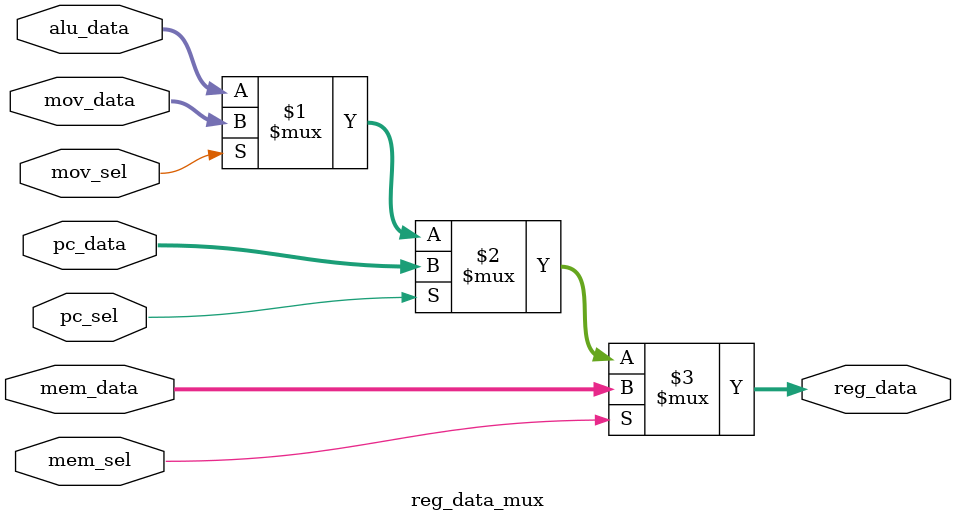
<source format=v>
module reg_data_mux(
		input mem_sel,
		input pc_sel,
		input mov_sel,
		input [31:0] mem_data,
		input [31:0] pc_data,
		input [31:0] mov_data,
		input [31:0] alu_data,
		output [31:0] reg_data);
				
		assign reg_data = (mem_sel) ? mem_data :
				(pc_sel) ? pc_data : 
				(mov_sel) ? mov_data : alu_data;
		
endmodule
</source>
